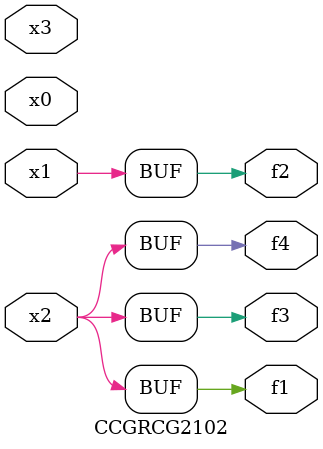
<source format=v>
module CCGRCG2102(
	input x0, x1, x2, x3,
	output f1, f2, f3, f4
);
	assign f1 = x2;
	assign f2 = x1;
	assign f3 = x2;
	assign f4 = x2;
endmodule

</source>
